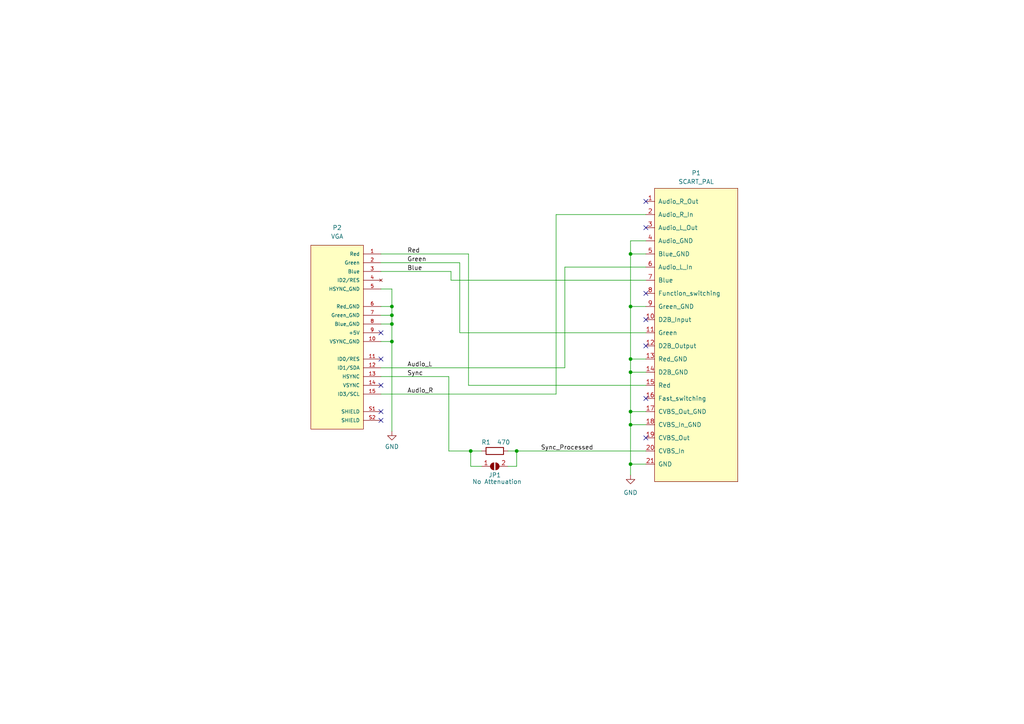
<source format=kicad_sch>
(kicad_sch (version 20230121) (generator eeschema)
  (paper "A4")
  (title_block (title "RT4K SCART2VGA Adapter") (date "2023-12-06") (rev "1.0") (company "Jeff Chen"))
  (lib_symbols
    (symbol "Device:R" (pin_numbers hide) (pin_names (offset 0))
      (property "Reference" "R" (at 2.032 0 90))
      (property "Value" "R" (at 0 0 90))
      (symbol "R_0_1"
        (rectangle (start -1.016 -2.54) (end 1.016 2.54) (stroke (width 0.254)))
      )
      (symbol "R_1_1"
        (pin passive line (at 0 3.81 270) (length 1.27) (name "~") (number "1"))
        (pin passive line (at 0 -3.81 90) (length 1.27) (name "~") (number "2"))
      )
    )
    (symbol "Jumper:SolderJumper_2_Open" (pin_names (offset 0) hide)
      (property "Reference" "JP" (at 0 2.032 0))
      (property "Value" "SolderJumper_2_Open" (at 0 -2.54 0))
      (symbol "SolderJumper_2_Open_0_1"
        (arc (start -0.254 1.016) (mid -1.2656 0) (end -0.254 -1.016))
        (arc (start -0.254 1.016) (mid -1.2656 0) (end -0.254 -1.016) (fill (type outline)))
        (polyline (pts (xy -0.254 1.016) (xy -0.254 -1.016)))
        (polyline (pts (xy 0.254 1.016) (xy 0.254 -1.016)))
        (arc (start 0.254 -1.016) (mid 1.2656 0) (end 0.254 1.016))
        (arc (start 0.254 -1.016) (mid 1.2656 0) (end 0.254 1.016) (fill (type outline)))
      )
      (symbol "SolderJumper_2_Open_1_1"
        (pin passive line (at -3.81 0 0) (length 2.54) (name "A") (number "1"))
        (pin passive line (at 3.81 0 180) (length 2.54) (name "B") (number "2"))
      )
    )
    (symbol "SCART2VGA:SCART_PAL" (pin_names (offset 1.016))
      (property "Reference" "P" (at 3.81 2.54 0))
      (property "Value" "SCART_PAL" (at -1.27 13.97 0))
      (symbol "SCART_PAL_0_0"
        (pin passive line (at -2.54 -3.81 0) (length 2.54) (name "Audio_R_Out") (number "1"))
        (pin passive line (at -2.54 -38.1 0) (length 2.54) (name "D2B_Input") (number "10"))
        (pin passive line (at -2.54 -41.91 0) (length 2.54) (name "Green") (number "11"))
        (pin passive line (at -2.54 -45.72 0) (length 2.54) (name "D2B_Output") (number "12"))
        (pin passive line (at -2.54 -49.53 0) (length 2.54) (name "Red_GND") (number "13"))
        (pin passive line (at -2.54 -53.34 0) (length 2.54) (name "D2B_GND") (number "14"))
        (pin passive line (at -2.54 -57.15 0) (length 2.54) (name "Red") (number "15"))
        (pin passive line (at -2.54 -60.96 0) (length 2.54) (name "Fast_switching") (number "16"))
        (pin passive line (at -2.54 -64.77 0) (length 2.54) (name "CVBS_Out_GND") (number "17"))
        (pin passive line (at -2.54 -68.58 0) (length 2.54) (name "CVBS_In_GND") (number "18"))
        (pin passive line (at -2.54 -72.39 0) (length 2.54) (name "CVBS_Out") (number "19"))
        (pin passive line (at -2.54 -7.62 0) (length 2.54) (name "Audio_R_In") (number "2"))
        (pin passive line (at -2.54 -76.2 0) (length 2.54) (name "CVBS_In") (number "20"))
        (pin passive line (at -2.54 -80.01 0) (length 2.54) (name "GND") (number "21"))
        (pin passive line (at -2.54 -11.43 0) (length 2.54) (name "Audio_L_Out") (number "3"))
        (pin passive line (at -2.54 -15.24 0) (length 2.54) (name "Audio_GND") (number "4"))
        (pin passive line (at -2.54 -19.05 0) (length 2.54) (name "Blue_GND") (number "5"))
        (pin passive line (at -2.54 -22.86 0) (length 2.54) (name "Audio_L_In") (number "6"))
        (pin passive line (at -2.54 -26.67 0) (length 2.54) (name "Blue") (number "7"))
        (pin passive line (at -2.54 -30.48 0) (length 2.54) (name "Function_switching") (number "8"))
        (pin passive line (at -2.54 -34.29 0) (length 2.54) (name "Green_GND") (number "9"))
      )
      (symbol "SCART_PAL_0_1"
        (rectangle (start 0 0) (end 24.13 -85.09) (fill (type background)))
      )
    )
    (symbol "SCART2VGA:VGA" (pin_names (offset 1.016))
      (property "Reference" "P" (at -7.62 26.67 0))
      (property "Value" "VGA" (at -8.89 -31.75 0))
      (symbol "VGA_0_0"
        (rectangle (start -7.62 -27.94) (end 7.62 25.4) (stroke (width 0.1524)) (fill (type background)))
        (pin passive line (at -12.7 22.86 0) (length 5.08) (name "Red") (number "1"))
        (pin passive line (at -12.7 -2.54 0) (length 5.08) (name "VSYNC_GND") (number "10"))
        (pin passive line (at -12.7 -7.62 0) (length 5.08) (name "ID0/RES") (number "11"))
        (pin passive line (at -12.7 -10.16 0) (length 5.08) (name "ID1/SDA") (number "12"))
        (pin passive line (at -12.7 -12.7 0) (length 5.08) (name "HSYNC") (number "13"))
        (pin passive line (at -12.7 -15.24 0) (length 5.08) (name "VSYNC") (number "14"))
        (pin passive line (at -12.7 -17.78 0) (length 5.08) (name "ID3/SCL") (number "15"))
        (pin passive line (at -12.7 20.32 0) (length 5.08) (name "Green") (number "2"))
        (pin passive line (at -12.7 17.78 0) (length 5.08) (name "Blue") (number "3"))
        (pin no_connect line (at -12.7 15.24 0) (length 5.08) (name "ID2/RES") (number "4"))
        (pin passive line (at -12.7 12.7 0) (length 5.08) (name "HSYNC_GND") (number "5"))
        (pin passive line (at -12.7 7.62 0) (length 5.08) (name "Red_GND") (number "6"))
        (pin passive line (at -12.7 5.08 0) (length 5.08) (name "Green_GND") (number "7"))
        (pin passive line (at -12.7 2.54 0) (length 5.08) (name "Blue_GND") (number "8"))
        (pin passive line (at -12.7 0 0) (length 5.08) (name "+5V") (number "9"))
        (pin passive line (at -12.7 -22.86 0) (length 5.08) (name "SHIELD") (number "S1"))
        (pin passive line (at -12.7 -25.4 0) (length 5.08) (name "SHIELD") (number "S2"))
      )
    )
    (symbol "power:GND" (power) (pin_names (offset 0))
      (property "Value" "GND" (at 0 -3.81 0))
      (symbol "GND_0_1"
        (polyline (pts (xy 0 0) (xy 0 -1.27) (xy 1.27 -1.27) (xy 0 -2.54) (xy -1.27 -1.27) (xy 0 -1.27)))
      )
      (symbol "GND_1_1"
        (pin power_in line (at 0 0 270) (length 0) hide (name "GND") (number "1"))
      )
    )
  )
  (junction (at 182.88 119.38))
  (junction (at 113.665 99.06))
  (junction (at 182.88 107.95))
  (junction (at 182.88 123.19))
  (junction (at 149.86 130.81))
  (junction (at 113.665 88.9))
  (junction (at 182.88 104.14))
  (junction (at 182.88 134.62))
  (junction (at 113.665 91.44))
  (junction (at 136.525 130.81))
  (junction (at 113.665 93.98))
  (junction (at 182.88 73.66))
  (junction (at 182.88 88.9))
  (no_connect (at 110.49 121.92))
  (no_connect (at 187.325 115.57))
  (no_connect (at 110.49 111.76))
  (no_connect (at 110.49 104.14))
  (no_connect (at 187.325 85.09))
  (no_connect (at 187.325 100.33))
  (no_connect (at 110.49 119.38))
  (no_connect (at 187.325 58.42))
  (no_connect (at 187.325 127))
  (no_connect (at 187.325 66.04))
  (no_connect (at 187.325 92.71))
  (no_connect (at 110.49 96.52))
  (wire (pts (xy 182.88 107.95) (xy 187.325 107.95)))
  (wire (pts (xy 133.35 96.52) (xy 187.325 96.52)))
  (wire (pts (xy 110.49 78.74) (xy 130.81 78.74)))
  (wire (pts (xy 182.88 119.38) (xy 187.325 119.38)))
  (wire (pts (xy 182.88 134.62) (xy 187.325 134.62)))
  (wire (pts (xy 110.49 106.68) (xy 163.83 106.68)))
  (wire (pts (xy 182.88 69.85) (xy 182.88 73.66)))
  (wire (pts (xy 110.49 114.3) (xy 161.29 114.3)))
  (wire (pts (xy 110.49 109.22) (xy 130.175 109.22)))
  (wire (pts (xy 161.29 62.23) (xy 187.325 62.23)))
  (wire (pts (xy 135.89 111.76) (xy 187.325 111.76)))
  (wire (pts (xy 163.83 77.47) (xy 187.325 77.47)))
  (wire (pts (xy 110.49 88.9) (xy 113.665 88.9)))
  (wire (pts (xy 130.175 109.22) (xy 130.175 130.81)))
  (wire (pts (xy 182.88 104.14) (xy 182.88 107.95)))
  (wire (pts (xy 182.88 88.9) (xy 182.88 104.14)))
  (wire (pts (xy 147.32 130.81) (xy 149.86 130.81)))
  (wire (pts (xy 182.88 104.14) (xy 187.325 104.14)))
  (wire (pts (xy 182.88 119.38) (xy 182.88 123.19)))
  (wire (pts (xy 163.83 106.68) (xy 163.83 77.47)))
  (wire (pts (xy 147.32 135.255) (xy 149.86 135.255)))
  (wire (pts (xy 136.525 130.81) (xy 139.7 130.81)))
  (wire (pts (xy 113.665 91.44) (xy 113.665 93.98)))
  (wire (pts (xy 110.49 83.82) (xy 113.665 83.82)))
  (wire (pts (xy 110.49 73.66) (xy 135.89 73.66)))
  (wire (pts (xy 182.88 123.19) (xy 187.325 123.19)))
  (wire (pts (xy 182.88 107.95) (xy 182.88 119.38)))
  (wire (pts (xy 187.325 69.85) (xy 182.88 69.85)))
  (wire (pts (xy 149.86 135.255) (xy 149.86 130.81)))
  (wire (pts (xy 130.175 130.81) (xy 136.525 130.81)))
  (wire (pts (xy 110.49 99.06) (xy 113.665 99.06)))
  (wire (pts (xy 113.665 88.9) (xy 113.665 91.44)))
  (wire (pts (xy 182.88 73.66) (xy 182.88 88.9)))
  (wire (pts (xy 182.88 123.19) (xy 182.88 134.62)))
  (wire (pts (xy 133.35 76.2) (xy 133.35 96.52)))
  (wire (pts (xy 161.29 114.3) (xy 161.29 62.23)))
  (wire (pts (xy 113.665 83.82) (xy 113.665 88.9)))
  (wire (pts (xy 110.49 76.2) (xy 133.35 76.2)))
  (wire (pts (xy 110.49 93.98) (xy 113.665 93.98)))
  (wire (pts (xy 135.89 73.66) (xy 135.89 111.76)))
  (wire (pts (xy 182.88 134.62) (xy 182.88 137.795)))
  (wire (pts (xy 182.88 73.66) (xy 187.325 73.66)))
  (wire (pts (xy 139.7 135.255) (xy 136.525 135.255)))
  (wire (pts (xy 130.81 78.74) (xy 130.81 81.28)))
  (wire (pts (xy 113.665 99.06) (xy 113.665 125.095)))
  (wire (pts (xy 136.525 135.255) (xy 136.525 130.81)))
  (wire (pts (xy 149.86 130.81) (xy 187.325 130.81)))
  (wire (pts (xy 113.665 93.98) (xy 113.665 99.06)))
  (wire (pts (xy 182.88 88.9) (xy 187.325 88.9)))
  (wire (pts (xy 110.49 91.44) (xy 113.665 91.44)))
  (wire (pts (xy 130.81 81.28) (xy 187.325 81.28)))
  (label "Sync_Processed" (at 156.845 130.81 0))
  (label "Green" (at 118.11 76.2 0))
  (label "Blue" (at 118.11 78.74 0))
  (label "Red" (at 118.11 73.66 0))
  (label "Audio_R" (at 118.11 114.3 0))
  (label "Audio_L" (at 118.11 106.68 0))
  (label "Sync" (at 118.11 109.22 0))
  (symbol (lib_id "Jumper:SolderJumper_2_Open") (at 143.51 135.255 0) (mirror x) (unit 1)
    (property "Reference" "JP1" (at 143.51 137.795 0))
    (property "Value" "No Attenuation" (at 144.145 139.7 0))
    (property "Footprint" "Connector_PinHeader_2.54mm:PinHeader_1x02_P2.54mm_Vertical" (effects hide))
  )
  (symbol (lib_id "SCART2VGA:SCART_PAL") (at 189.865 54.61 0) (unit 1)
    (property "Reference" "P1" (at 201.93 50.165 0))
    (property "Value" "SCART_PAL" (at 201.93 52.705 0))
    (property "Footprint" "SCART2VGA:SCART_THT" (effects hide))
  )
  (symbol (lib_id "Device:R") (at 143.51 130.81 90) (unit 1)
    (property "Reference" "R1" (at 140.97 128.27 90))
    (property "Value" "470" (at 146.05 128.27 90))
    (property "Footprint" "Resistor_SMD:R_0603_1608Metric_Pad0.98x0.95mm_HandSolder" (effects hide))
  )
  (symbol (lib_id "SCART2VGA:VGA") (at 97.79 96.52 0) (mirror y) (unit 1)
    (property "Reference" "P2" (at 97.79 66.04 0))
    (property "Value" "VGA" (at 97.79 68.58 0))
    (property "Footprint" "SCART2VGA:VGA_female_rightangle_slim" (effects hide))
    (property "MANUFACTURER" "Amphenol" (effects hide))
    (property "MAXIMUM_PACKAGE_HEIGHT" "12.55mm" (effects hide))
    (property "STANDARD" "Manufacturer Recommendations" (effects hide))
    (property "PARTREV" "N/A" (effects hide))
  )
  (symbol (lib_id "power:GND") (at 113.665 125.095 0) (unit 1)
    (property "Reference" "#PWR01" (effects hide))
    (property "Value" "GND" (at 113.665 129.54 0))
  )
  (symbol (lib_id "power:GND") (at 182.88 137.795 0) (unit 1)
    (property "Reference" "#PWR02" (effects hide))
    (property "Value" "GND" (at 182.88 142.875 0))
  )
)
</source>
